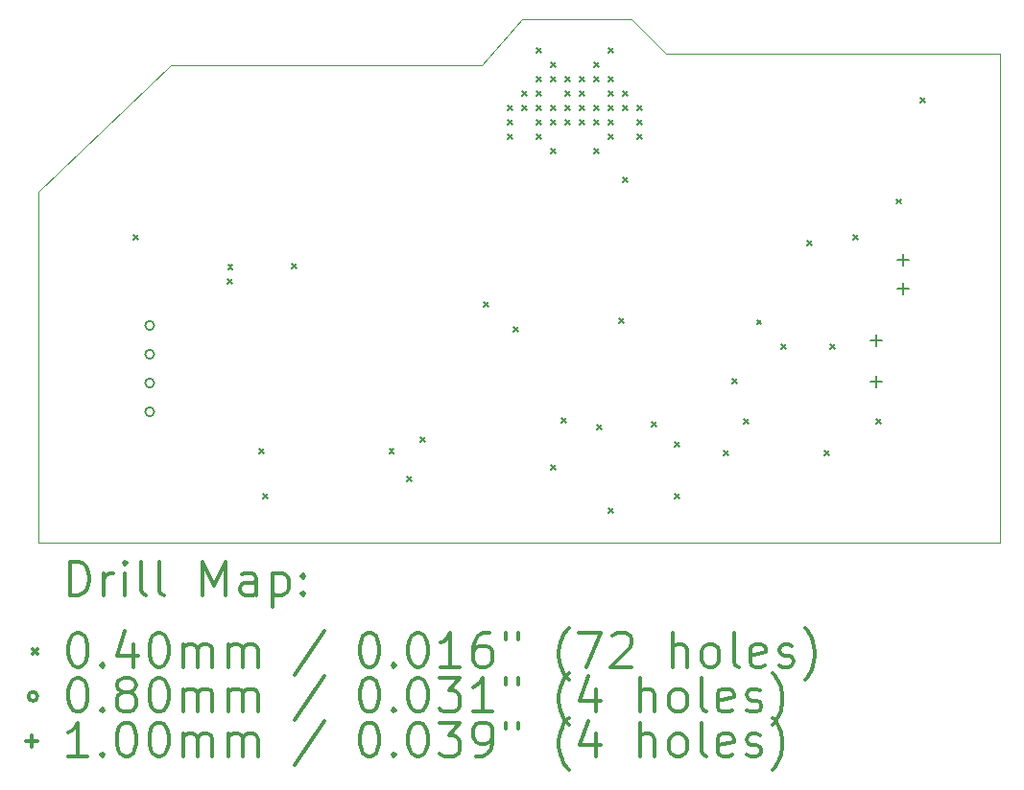
<source format=gbr>
%FSLAX45Y45*%
G04 Gerber Fmt 4.5, Leading zero omitted, Abs format (unit mm)*
G04 Created by KiCad (PCBNEW (5.1.6)-1) date 2020-10-05 09:36:19*
%MOMM*%
%LPD*%
G01*
G04 APERTURE LIST*
%TA.AperFunction,Profile*%
%ADD10C,0.100000*%
%TD*%
%ADD11C,0.200000*%
%ADD12C,0.300000*%
G04 APERTURE END LIST*
D10*
X14528800Y-7975600D02*
X14833600Y-8280400D01*
X13563600Y-7975600D02*
X14528800Y-7975600D01*
X13208000Y-8382000D02*
X13563600Y-7975600D01*
X10464800Y-8382000D02*
X13208000Y-8382000D01*
X9296400Y-9499600D02*
X10464800Y-8382000D01*
X9296400Y-12598400D02*
X9296400Y-9499600D01*
X17780000Y-12598400D02*
X9296400Y-12598400D01*
X17780000Y-8280400D02*
X17780000Y-12598400D01*
X14833600Y-8280400D02*
X17780000Y-8280400D01*
D11*
X10140000Y-9886000D02*
X10180000Y-9926000D01*
X10180000Y-9886000D02*
X10140000Y-9926000D01*
X10971500Y-10274000D02*
X11011500Y-10314000D01*
X11011500Y-10274000D02*
X10971500Y-10314000D01*
X10973120Y-10145080D02*
X11013120Y-10185080D01*
X11013120Y-10145080D02*
X10973120Y-10185080D01*
X11250000Y-11771000D02*
X11290000Y-11811000D01*
X11290000Y-11771000D02*
X11250000Y-11811000D01*
X11283000Y-12172000D02*
X11323000Y-12212000D01*
X11323000Y-12172000D02*
X11283000Y-12212000D01*
X11537000Y-10140000D02*
X11577000Y-10180000D01*
X11577000Y-10140000D02*
X11537000Y-10180000D01*
X12395520Y-11775760D02*
X12435520Y-11815760D01*
X12435520Y-11775760D02*
X12395520Y-11815760D01*
X12553000Y-12019600D02*
X12593000Y-12059600D01*
X12593000Y-12019600D02*
X12553000Y-12059600D01*
X12669840Y-11669080D02*
X12709840Y-11709080D01*
X12709840Y-11669080D02*
X12669840Y-11709080D01*
X13229500Y-10479500D02*
X13269500Y-10519500D01*
X13269500Y-10479500D02*
X13229500Y-10519500D01*
X13442000Y-8743000D02*
X13482000Y-8783000D01*
X13482000Y-8743000D02*
X13442000Y-8783000D01*
X13442000Y-8870000D02*
X13482000Y-8910000D01*
X13482000Y-8870000D02*
X13442000Y-8910000D01*
X13442000Y-8997000D02*
X13482000Y-9037000D01*
X13482000Y-8997000D02*
X13442000Y-9037000D01*
X13492800Y-10698800D02*
X13532800Y-10738800D01*
X13532800Y-10698800D02*
X13492800Y-10738800D01*
X13569000Y-8616000D02*
X13609000Y-8656000D01*
X13609000Y-8616000D02*
X13569000Y-8656000D01*
X13569000Y-8743000D02*
X13609000Y-8783000D01*
X13609000Y-8743000D02*
X13569000Y-8783000D01*
X13696000Y-8235000D02*
X13736000Y-8275000D01*
X13736000Y-8235000D02*
X13696000Y-8275000D01*
X13696000Y-8489000D02*
X13736000Y-8529000D01*
X13736000Y-8489000D02*
X13696000Y-8529000D01*
X13696000Y-8616000D02*
X13736000Y-8656000D01*
X13736000Y-8616000D02*
X13696000Y-8656000D01*
X13696000Y-8743000D02*
X13736000Y-8783000D01*
X13736000Y-8743000D02*
X13696000Y-8783000D01*
X13696000Y-8870000D02*
X13736000Y-8910000D01*
X13736000Y-8870000D02*
X13696000Y-8910000D01*
X13696000Y-8997000D02*
X13736000Y-9037000D01*
X13736000Y-8997000D02*
X13696000Y-9037000D01*
X13823000Y-8362000D02*
X13863000Y-8402000D01*
X13863000Y-8362000D02*
X13823000Y-8402000D01*
X13823000Y-8489000D02*
X13863000Y-8529000D01*
X13863000Y-8489000D02*
X13823000Y-8529000D01*
X13823000Y-8743000D02*
X13863000Y-8783000D01*
X13863000Y-8743000D02*
X13823000Y-8783000D01*
X13823000Y-8870000D02*
X13863000Y-8910000D01*
X13863000Y-8870000D02*
X13823000Y-8910000D01*
X13823000Y-9124000D02*
X13863000Y-9164000D01*
X13863000Y-9124000D02*
X13823000Y-9164000D01*
X13823000Y-11918000D02*
X13863000Y-11958000D01*
X13863000Y-11918000D02*
X13823000Y-11958000D01*
X13917750Y-11504750D02*
X13957750Y-11544750D01*
X13957750Y-11504750D02*
X13917750Y-11544750D01*
X13950000Y-8489000D02*
X13990000Y-8529000D01*
X13990000Y-8489000D02*
X13950000Y-8529000D01*
X13950000Y-8616000D02*
X13990000Y-8656000D01*
X13990000Y-8616000D02*
X13950000Y-8656000D01*
X13950000Y-8743000D02*
X13990000Y-8783000D01*
X13990000Y-8743000D02*
X13950000Y-8783000D01*
X13950000Y-8870000D02*
X13990000Y-8910000D01*
X13990000Y-8870000D02*
X13950000Y-8910000D01*
X14077000Y-8489000D02*
X14117000Y-8529000D01*
X14117000Y-8489000D02*
X14077000Y-8529000D01*
X14077000Y-8616000D02*
X14117000Y-8656000D01*
X14117000Y-8616000D02*
X14077000Y-8656000D01*
X14077000Y-8743000D02*
X14117000Y-8783000D01*
X14117000Y-8743000D02*
X14077000Y-8783000D01*
X14077000Y-8870000D02*
X14117000Y-8910000D01*
X14117000Y-8870000D02*
X14077000Y-8910000D01*
X14204000Y-8362000D02*
X14244000Y-8402000D01*
X14244000Y-8362000D02*
X14204000Y-8402000D01*
X14204000Y-8489000D02*
X14244000Y-8529000D01*
X14244000Y-8489000D02*
X14204000Y-8529000D01*
X14204000Y-8743000D02*
X14244000Y-8783000D01*
X14244000Y-8743000D02*
X14204000Y-8783000D01*
X14204000Y-8870000D02*
X14244000Y-8910000D01*
X14244000Y-8870000D02*
X14204000Y-8910000D01*
X14204000Y-9124000D02*
X14244000Y-9164000D01*
X14244000Y-9124000D02*
X14204000Y-9164000D01*
X14229400Y-11562400D02*
X14269400Y-11602400D01*
X14269400Y-11562400D02*
X14229400Y-11602400D01*
X14331000Y-8235000D02*
X14371000Y-8275000D01*
X14371000Y-8235000D02*
X14331000Y-8275000D01*
X14331000Y-8489000D02*
X14371000Y-8529000D01*
X14371000Y-8489000D02*
X14331000Y-8529000D01*
X14331000Y-8616000D02*
X14371000Y-8656000D01*
X14371000Y-8616000D02*
X14331000Y-8656000D01*
X14331000Y-8743000D02*
X14371000Y-8783000D01*
X14371000Y-8743000D02*
X14331000Y-8783000D01*
X14331000Y-8870000D02*
X14371000Y-8910000D01*
X14371000Y-8870000D02*
X14331000Y-8910000D01*
X14331000Y-8997000D02*
X14371000Y-9037000D01*
X14371000Y-8997000D02*
X14331000Y-9037000D01*
X14331000Y-12299000D02*
X14371000Y-12339000D01*
X14371000Y-12299000D02*
X14331000Y-12339000D01*
X14426000Y-10624500D02*
X14466000Y-10664500D01*
X14466000Y-10624500D02*
X14426000Y-10664500D01*
X14458000Y-8616000D02*
X14498000Y-8656000D01*
X14498000Y-8616000D02*
X14458000Y-8656000D01*
X14458000Y-8743000D02*
X14498000Y-8783000D01*
X14498000Y-8743000D02*
X14458000Y-8783000D01*
X14458000Y-9378000D02*
X14498000Y-9418000D01*
X14498000Y-9378000D02*
X14458000Y-9418000D01*
X14585000Y-8743000D02*
X14625000Y-8783000D01*
X14625000Y-8743000D02*
X14585000Y-8783000D01*
X14585000Y-8870000D02*
X14625000Y-8910000D01*
X14625000Y-8870000D02*
X14585000Y-8910000D01*
X14585000Y-8997000D02*
X14625000Y-9037000D01*
X14625000Y-8997000D02*
X14585000Y-9037000D01*
X14712000Y-11537000D02*
X14752000Y-11577000D01*
X14752000Y-11537000D02*
X14712000Y-11577000D01*
X14915200Y-11714800D02*
X14955200Y-11754800D01*
X14955200Y-11714800D02*
X14915200Y-11754800D01*
X14915200Y-12172000D02*
X14955200Y-12212000D01*
X14955200Y-12172000D02*
X14915200Y-12212000D01*
X15347000Y-11791000D02*
X15387000Y-11831000D01*
X15387000Y-11791000D02*
X15347000Y-11831000D01*
X15423200Y-11156000D02*
X15463200Y-11196000D01*
X15463200Y-11156000D02*
X15423200Y-11196000D01*
X15524800Y-11511600D02*
X15564800Y-11551600D01*
X15564800Y-11511600D02*
X15524800Y-11551600D01*
X15639100Y-10635300D02*
X15679100Y-10675300D01*
X15679100Y-10635300D02*
X15639100Y-10675300D01*
X15855000Y-10851200D02*
X15895000Y-10891200D01*
X15895000Y-10851200D02*
X15855000Y-10891200D01*
X16083600Y-9936800D02*
X16123600Y-9976800D01*
X16123600Y-9936800D02*
X16083600Y-9976800D01*
X16236000Y-11791000D02*
X16276000Y-11831000D01*
X16276000Y-11791000D02*
X16236000Y-11831000D01*
X16286800Y-10851200D02*
X16326800Y-10891200D01*
X16326800Y-10851200D02*
X16286800Y-10891200D01*
X16490000Y-9886000D02*
X16530000Y-9926000D01*
X16530000Y-9886000D02*
X16490000Y-9926000D01*
X16693200Y-11511600D02*
X16733200Y-11551600D01*
X16733200Y-11511600D02*
X16693200Y-11551600D01*
X16871000Y-9568500D02*
X16911000Y-9608500D01*
X16911000Y-9568500D02*
X16871000Y-9608500D01*
X17079280Y-8671880D02*
X17119280Y-8711880D01*
X17119280Y-8671880D02*
X17079280Y-8711880D01*
X10321920Y-10684120D02*
G75*
G03*
X10321920Y-10684120I-40000J0D01*
G01*
X10321920Y-10938120D02*
G75*
G03*
X10321920Y-10938120I-40000J0D01*
G01*
X10321920Y-11192120D02*
G75*
G03*
X10321920Y-11192120I-40000J0D01*
G01*
X10321920Y-11446120D02*
G75*
G03*
X10321920Y-11446120I-40000J0D01*
G01*
X16688000Y-11127000D02*
X16688000Y-11227000D01*
X16638000Y-11177000D02*
X16738000Y-11177000D01*
X16689500Y-10767500D02*
X16689500Y-10867500D01*
X16639500Y-10817500D02*
X16739500Y-10817500D01*
X16929500Y-10052500D02*
X16929500Y-10152500D01*
X16879500Y-10102500D02*
X16979500Y-10102500D01*
X16929500Y-10306500D02*
X16929500Y-10406500D01*
X16879500Y-10356500D02*
X16979500Y-10356500D01*
D12*
X9577828Y-13069114D02*
X9577828Y-12769114D01*
X9649257Y-12769114D01*
X9692114Y-12783400D01*
X9720686Y-12811971D01*
X9734971Y-12840543D01*
X9749257Y-12897686D01*
X9749257Y-12940543D01*
X9734971Y-12997686D01*
X9720686Y-13026257D01*
X9692114Y-13054829D01*
X9649257Y-13069114D01*
X9577828Y-13069114D01*
X9877828Y-13069114D02*
X9877828Y-12869114D01*
X9877828Y-12926257D02*
X9892114Y-12897686D01*
X9906400Y-12883400D01*
X9934971Y-12869114D01*
X9963543Y-12869114D01*
X10063543Y-13069114D02*
X10063543Y-12869114D01*
X10063543Y-12769114D02*
X10049257Y-12783400D01*
X10063543Y-12797686D01*
X10077828Y-12783400D01*
X10063543Y-12769114D01*
X10063543Y-12797686D01*
X10249257Y-13069114D02*
X10220686Y-13054829D01*
X10206400Y-13026257D01*
X10206400Y-12769114D01*
X10406400Y-13069114D02*
X10377828Y-13054829D01*
X10363543Y-13026257D01*
X10363543Y-12769114D01*
X10749257Y-13069114D02*
X10749257Y-12769114D01*
X10849257Y-12983400D01*
X10949257Y-12769114D01*
X10949257Y-13069114D01*
X11220686Y-13069114D02*
X11220686Y-12911971D01*
X11206400Y-12883400D01*
X11177828Y-12869114D01*
X11120686Y-12869114D01*
X11092114Y-12883400D01*
X11220686Y-13054829D02*
X11192114Y-13069114D01*
X11120686Y-13069114D01*
X11092114Y-13054829D01*
X11077828Y-13026257D01*
X11077828Y-12997686D01*
X11092114Y-12969114D01*
X11120686Y-12954829D01*
X11192114Y-12954829D01*
X11220686Y-12940543D01*
X11363543Y-12869114D02*
X11363543Y-13169114D01*
X11363543Y-12883400D02*
X11392114Y-12869114D01*
X11449257Y-12869114D01*
X11477828Y-12883400D01*
X11492114Y-12897686D01*
X11506400Y-12926257D01*
X11506400Y-13011971D01*
X11492114Y-13040543D01*
X11477828Y-13054829D01*
X11449257Y-13069114D01*
X11392114Y-13069114D01*
X11363543Y-13054829D01*
X11634971Y-13040543D02*
X11649257Y-13054829D01*
X11634971Y-13069114D01*
X11620686Y-13054829D01*
X11634971Y-13040543D01*
X11634971Y-13069114D01*
X11634971Y-12883400D02*
X11649257Y-12897686D01*
X11634971Y-12911971D01*
X11620686Y-12897686D01*
X11634971Y-12883400D01*
X11634971Y-12911971D01*
X9251400Y-13543400D02*
X9291400Y-13583400D01*
X9291400Y-13543400D02*
X9251400Y-13583400D01*
X9634971Y-13399114D02*
X9663543Y-13399114D01*
X9692114Y-13413400D01*
X9706400Y-13427686D01*
X9720686Y-13456257D01*
X9734971Y-13513400D01*
X9734971Y-13584829D01*
X9720686Y-13641971D01*
X9706400Y-13670543D01*
X9692114Y-13684829D01*
X9663543Y-13699114D01*
X9634971Y-13699114D01*
X9606400Y-13684829D01*
X9592114Y-13670543D01*
X9577828Y-13641971D01*
X9563543Y-13584829D01*
X9563543Y-13513400D01*
X9577828Y-13456257D01*
X9592114Y-13427686D01*
X9606400Y-13413400D01*
X9634971Y-13399114D01*
X9863543Y-13670543D02*
X9877828Y-13684829D01*
X9863543Y-13699114D01*
X9849257Y-13684829D01*
X9863543Y-13670543D01*
X9863543Y-13699114D01*
X10134971Y-13499114D02*
X10134971Y-13699114D01*
X10063543Y-13384829D02*
X9992114Y-13599114D01*
X10177828Y-13599114D01*
X10349257Y-13399114D02*
X10377828Y-13399114D01*
X10406400Y-13413400D01*
X10420686Y-13427686D01*
X10434971Y-13456257D01*
X10449257Y-13513400D01*
X10449257Y-13584829D01*
X10434971Y-13641971D01*
X10420686Y-13670543D01*
X10406400Y-13684829D01*
X10377828Y-13699114D01*
X10349257Y-13699114D01*
X10320686Y-13684829D01*
X10306400Y-13670543D01*
X10292114Y-13641971D01*
X10277828Y-13584829D01*
X10277828Y-13513400D01*
X10292114Y-13456257D01*
X10306400Y-13427686D01*
X10320686Y-13413400D01*
X10349257Y-13399114D01*
X10577828Y-13699114D02*
X10577828Y-13499114D01*
X10577828Y-13527686D02*
X10592114Y-13513400D01*
X10620686Y-13499114D01*
X10663543Y-13499114D01*
X10692114Y-13513400D01*
X10706400Y-13541971D01*
X10706400Y-13699114D01*
X10706400Y-13541971D02*
X10720686Y-13513400D01*
X10749257Y-13499114D01*
X10792114Y-13499114D01*
X10820686Y-13513400D01*
X10834971Y-13541971D01*
X10834971Y-13699114D01*
X10977828Y-13699114D02*
X10977828Y-13499114D01*
X10977828Y-13527686D02*
X10992114Y-13513400D01*
X11020686Y-13499114D01*
X11063543Y-13499114D01*
X11092114Y-13513400D01*
X11106400Y-13541971D01*
X11106400Y-13699114D01*
X11106400Y-13541971D02*
X11120686Y-13513400D01*
X11149257Y-13499114D01*
X11192114Y-13499114D01*
X11220686Y-13513400D01*
X11234971Y-13541971D01*
X11234971Y-13699114D01*
X11820686Y-13384829D02*
X11563543Y-13770543D01*
X12206400Y-13399114D02*
X12234971Y-13399114D01*
X12263543Y-13413400D01*
X12277828Y-13427686D01*
X12292114Y-13456257D01*
X12306400Y-13513400D01*
X12306400Y-13584829D01*
X12292114Y-13641971D01*
X12277828Y-13670543D01*
X12263543Y-13684829D01*
X12234971Y-13699114D01*
X12206400Y-13699114D01*
X12177828Y-13684829D01*
X12163543Y-13670543D01*
X12149257Y-13641971D01*
X12134971Y-13584829D01*
X12134971Y-13513400D01*
X12149257Y-13456257D01*
X12163543Y-13427686D01*
X12177828Y-13413400D01*
X12206400Y-13399114D01*
X12434971Y-13670543D02*
X12449257Y-13684829D01*
X12434971Y-13699114D01*
X12420686Y-13684829D01*
X12434971Y-13670543D01*
X12434971Y-13699114D01*
X12634971Y-13399114D02*
X12663543Y-13399114D01*
X12692114Y-13413400D01*
X12706400Y-13427686D01*
X12720686Y-13456257D01*
X12734971Y-13513400D01*
X12734971Y-13584829D01*
X12720686Y-13641971D01*
X12706400Y-13670543D01*
X12692114Y-13684829D01*
X12663543Y-13699114D01*
X12634971Y-13699114D01*
X12606400Y-13684829D01*
X12592114Y-13670543D01*
X12577828Y-13641971D01*
X12563543Y-13584829D01*
X12563543Y-13513400D01*
X12577828Y-13456257D01*
X12592114Y-13427686D01*
X12606400Y-13413400D01*
X12634971Y-13399114D01*
X13020686Y-13699114D02*
X12849257Y-13699114D01*
X12934971Y-13699114D02*
X12934971Y-13399114D01*
X12906400Y-13441971D01*
X12877828Y-13470543D01*
X12849257Y-13484829D01*
X13277828Y-13399114D02*
X13220686Y-13399114D01*
X13192114Y-13413400D01*
X13177828Y-13427686D01*
X13149257Y-13470543D01*
X13134971Y-13527686D01*
X13134971Y-13641971D01*
X13149257Y-13670543D01*
X13163543Y-13684829D01*
X13192114Y-13699114D01*
X13249257Y-13699114D01*
X13277828Y-13684829D01*
X13292114Y-13670543D01*
X13306400Y-13641971D01*
X13306400Y-13570543D01*
X13292114Y-13541971D01*
X13277828Y-13527686D01*
X13249257Y-13513400D01*
X13192114Y-13513400D01*
X13163543Y-13527686D01*
X13149257Y-13541971D01*
X13134971Y-13570543D01*
X13420686Y-13399114D02*
X13420686Y-13456257D01*
X13534971Y-13399114D02*
X13534971Y-13456257D01*
X13977828Y-13813400D02*
X13963543Y-13799114D01*
X13934971Y-13756257D01*
X13920686Y-13727686D01*
X13906400Y-13684829D01*
X13892114Y-13613400D01*
X13892114Y-13556257D01*
X13906400Y-13484829D01*
X13920686Y-13441971D01*
X13934971Y-13413400D01*
X13963543Y-13370543D01*
X13977828Y-13356257D01*
X14063543Y-13399114D02*
X14263543Y-13399114D01*
X14134971Y-13699114D01*
X14363543Y-13427686D02*
X14377828Y-13413400D01*
X14406400Y-13399114D01*
X14477828Y-13399114D01*
X14506400Y-13413400D01*
X14520686Y-13427686D01*
X14534971Y-13456257D01*
X14534971Y-13484829D01*
X14520686Y-13527686D01*
X14349257Y-13699114D01*
X14534971Y-13699114D01*
X14892114Y-13699114D02*
X14892114Y-13399114D01*
X15020686Y-13699114D02*
X15020686Y-13541971D01*
X15006400Y-13513400D01*
X14977828Y-13499114D01*
X14934971Y-13499114D01*
X14906400Y-13513400D01*
X14892114Y-13527686D01*
X15206400Y-13699114D02*
X15177828Y-13684829D01*
X15163543Y-13670543D01*
X15149257Y-13641971D01*
X15149257Y-13556257D01*
X15163543Y-13527686D01*
X15177828Y-13513400D01*
X15206400Y-13499114D01*
X15249257Y-13499114D01*
X15277828Y-13513400D01*
X15292114Y-13527686D01*
X15306400Y-13556257D01*
X15306400Y-13641971D01*
X15292114Y-13670543D01*
X15277828Y-13684829D01*
X15249257Y-13699114D01*
X15206400Y-13699114D01*
X15477828Y-13699114D02*
X15449257Y-13684829D01*
X15434971Y-13656257D01*
X15434971Y-13399114D01*
X15706400Y-13684829D02*
X15677828Y-13699114D01*
X15620686Y-13699114D01*
X15592114Y-13684829D01*
X15577828Y-13656257D01*
X15577828Y-13541971D01*
X15592114Y-13513400D01*
X15620686Y-13499114D01*
X15677828Y-13499114D01*
X15706400Y-13513400D01*
X15720686Y-13541971D01*
X15720686Y-13570543D01*
X15577828Y-13599114D01*
X15834971Y-13684829D02*
X15863543Y-13699114D01*
X15920686Y-13699114D01*
X15949257Y-13684829D01*
X15963543Y-13656257D01*
X15963543Y-13641971D01*
X15949257Y-13613400D01*
X15920686Y-13599114D01*
X15877828Y-13599114D01*
X15849257Y-13584829D01*
X15834971Y-13556257D01*
X15834971Y-13541971D01*
X15849257Y-13513400D01*
X15877828Y-13499114D01*
X15920686Y-13499114D01*
X15949257Y-13513400D01*
X16063543Y-13813400D02*
X16077828Y-13799114D01*
X16106400Y-13756257D01*
X16120686Y-13727686D01*
X16134971Y-13684829D01*
X16149257Y-13613400D01*
X16149257Y-13556257D01*
X16134971Y-13484829D01*
X16120686Y-13441971D01*
X16106400Y-13413400D01*
X16077828Y-13370543D01*
X16063543Y-13356257D01*
X9291400Y-13959400D02*
G75*
G03*
X9291400Y-13959400I-40000J0D01*
G01*
X9634971Y-13795114D02*
X9663543Y-13795114D01*
X9692114Y-13809400D01*
X9706400Y-13823686D01*
X9720686Y-13852257D01*
X9734971Y-13909400D01*
X9734971Y-13980829D01*
X9720686Y-14037971D01*
X9706400Y-14066543D01*
X9692114Y-14080829D01*
X9663543Y-14095114D01*
X9634971Y-14095114D01*
X9606400Y-14080829D01*
X9592114Y-14066543D01*
X9577828Y-14037971D01*
X9563543Y-13980829D01*
X9563543Y-13909400D01*
X9577828Y-13852257D01*
X9592114Y-13823686D01*
X9606400Y-13809400D01*
X9634971Y-13795114D01*
X9863543Y-14066543D02*
X9877828Y-14080829D01*
X9863543Y-14095114D01*
X9849257Y-14080829D01*
X9863543Y-14066543D01*
X9863543Y-14095114D01*
X10049257Y-13923686D02*
X10020686Y-13909400D01*
X10006400Y-13895114D01*
X9992114Y-13866543D01*
X9992114Y-13852257D01*
X10006400Y-13823686D01*
X10020686Y-13809400D01*
X10049257Y-13795114D01*
X10106400Y-13795114D01*
X10134971Y-13809400D01*
X10149257Y-13823686D01*
X10163543Y-13852257D01*
X10163543Y-13866543D01*
X10149257Y-13895114D01*
X10134971Y-13909400D01*
X10106400Y-13923686D01*
X10049257Y-13923686D01*
X10020686Y-13937971D01*
X10006400Y-13952257D01*
X9992114Y-13980829D01*
X9992114Y-14037971D01*
X10006400Y-14066543D01*
X10020686Y-14080829D01*
X10049257Y-14095114D01*
X10106400Y-14095114D01*
X10134971Y-14080829D01*
X10149257Y-14066543D01*
X10163543Y-14037971D01*
X10163543Y-13980829D01*
X10149257Y-13952257D01*
X10134971Y-13937971D01*
X10106400Y-13923686D01*
X10349257Y-13795114D02*
X10377828Y-13795114D01*
X10406400Y-13809400D01*
X10420686Y-13823686D01*
X10434971Y-13852257D01*
X10449257Y-13909400D01*
X10449257Y-13980829D01*
X10434971Y-14037971D01*
X10420686Y-14066543D01*
X10406400Y-14080829D01*
X10377828Y-14095114D01*
X10349257Y-14095114D01*
X10320686Y-14080829D01*
X10306400Y-14066543D01*
X10292114Y-14037971D01*
X10277828Y-13980829D01*
X10277828Y-13909400D01*
X10292114Y-13852257D01*
X10306400Y-13823686D01*
X10320686Y-13809400D01*
X10349257Y-13795114D01*
X10577828Y-14095114D02*
X10577828Y-13895114D01*
X10577828Y-13923686D02*
X10592114Y-13909400D01*
X10620686Y-13895114D01*
X10663543Y-13895114D01*
X10692114Y-13909400D01*
X10706400Y-13937971D01*
X10706400Y-14095114D01*
X10706400Y-13937971D02*
X10720686Y-13909400D01*
X10749257Y-13895114D01*
X10792114Y-13895114D01*
X10820686Y-13909400D01*
X10834971Y-13937971D01*
X10834971Y-14095114D01*
X10977828Y-14095114D02*
X10977828Y-13895114D01*
X10977828Y-13923686D02*
X10992114Y-13909400D01*
X11020686Y-13895114D01*
X11063543Y-13895114D01*
X11092114Y-13909400D01*
X11106400Y-13937971D01*
X11106400Y-14095114D01*
X11106400Y-13937971D02*
X11120686Y-13909400D01*
X11149257Y-13895114D01*
X11192114Y-13895114D01*
X11220686Y-13909400D01*
X11234971Y-13937971D01*
X11234971Y-14095114D01*
X11820686Y-13780829D02*
X11563543Y-14166543D01*
X12206400Y-13795114D02*
X12234971Y-13795114D01*
X12263543Y-13809400D01*
X12277828Y-13823686D01*
X12292114Y-13852257D01*
X12306400Y-13909400D01*
X12306400Y-13980829D01*
X12292114Y-14037971D01*
X12277828Y-14066543D01*
X12263543Y-14080829D01*
X12234971Y-14095114D01*
X12206400Y-14095114D01*
X12177828Y-14080829D01*
X12163543Y-14066543D01*
X12149257Y-14037971D01*
X12134971Y-13980829D01*
X12134971Y-13909400D01*
X12149257Y-13852257D01*
X12163543Y-13823686D01*
X12177828Y-13809400D01*
X12206400Y-13795114D01*
X12434971Y-14066543D02*
X12449257Y-14080829D01*
X12434971Y-14095114D01*
X12420686Y-14080829D01*
X12434971Y-14066543D01*
X12434971Y-14095114D01*
X12634971Y-13795114D02*
X12663543Y-13795114D01*
X12692114Y-13809400D01*
X12706400Y-13823686D01*
X12720686Y-13852257D01*
X12734971Y-13909400D01*
X12734971Y-13980829D01*
X12720686Y-14037971D01*
X12706400Y-14066543D01*
X12692114Y-14080829D01*
X12663543Y-14095114D01*
X12634971Y-14095114D01*
X12606400Y-14080829D01*
X12592114Y-14066543D01*
X12577828Y-14037971D01*
X12563543Y-13980829D01*
X12563543Y-13909400D01*
X12577828Y-13852257D01*
X12592114Y-13823686D01*
X12606400Y-13809400D01*
X12634971Y-13795114D01*
X12834971Y-13795114D02*
X13020686Y-13795114D01*
X12920686Y-13909400D01*
X12963543Y-13909400D01*
X12992114Y-13923686D01*
X13006400Y-13937971D01*
X13020686Y-13966543D01*
X13020686Y-14037971D01*
X13006400Y-14066543D01*
X12992114Y-14080829D01*
X12963543Y-14095114D01*
X12877828Y-14095114D01*
X12849257Y-14080829D01*
X12834971Y-14066543D01*
X13306400Y-14095114D02*
X13134971Y-14095114D01*
X13220686Y-14095114D02*
X13220686Y-13795114D01*
X13192114Y-13837971D01*
X13163543Y-13866543D01*
X13134971Y-13880829D01*
X13420686Y-13795114D02*
X13420686Y-13852257D01*
X13534971Y-13795114D02*
X13534971Y-13852257D01*
X13977828Y-14209400D02*
X13963543Y-14195114D01*
X13934971Y-14152257D01*
X13920686Y-14123686D01*
X13906400Y-14080829D01*
X13892114Y-14009400D01*
X13892114Y-13952257D01*
X13906400Y-13880829D01*
X13920686Y-13837971D01*
X13934971Y-13809400D01*
X13963543Y-13766543D01*
X13977828Y-13752257D01*
X14220686Y-13895114D02*
X14220686Y-14095114D01*
X14149257Y-13780829D02*
X14077828Y-13995114D01*
X14263543Y-13995114D01*
X14606400Y-14095114D02*
X14606400Y-13795114D01*
X14734971Y-14095114D02*
X14734971Y-13937971D01*
X14720686Y-13909400D01*
X14692114Y-13895114D01*
X14649257Y-13895114D01*
X14620686Y-13909400D01*
X14606400Y-13923686D01*
X14920686Y-14095114D02*
X14892114Y-14080829D01*
X14877828Y-14066543D01*
X14863543Y-14037971D01*
X14863543Y-13952257D01*
X14877828Y-13923686D01*
X14892114Y-13909400D01*
X14920686Y-13895114D01*
X14963543Y-13895114D01*
X14992114Y-13909400D01*
X15006400Y-13923686D01*
X15020686Y-13952257D01*
X15020686Y-14037971D01*
X15006400Y-14066543D01*
X14992114Y-14080829D01*
X14963543Y-14095114D01*
X14920686Y-14095114D01*
X15192114Y-14095114D02*
X15163543Y-14080829D01*
X15149257Y-14052257D01*
X15149257Y-13795114D01*
X15420686Y-14080829D02*
X15392114Y-14095114D01*
X15334971Y-14095114D01*
X15306400Y-14080829D01*
X15292114Y-14052257D01*
X15292114Y-13937971D01*
X15306400Y-13909400D01*
X15334971Y-13895114D01*
X15392114Y-13895114D01*
X15420686Y-13909400D01*
X15434971Y-13937971D01*
X15434971Y-13966543D01*
X15292114Y-13995114D01*
X15549257Y-14080829D02*
X15577828Y-14095114D01*
X15634971Y-14095114D01*
X15663543Y-14080829D01*
X15677828Y-14052257D01*
X15677828Y-14037971D01*
X15663543Y-14009400D01*
X15634971Y-13995114D01*
X15592114Y-13995114D01*
X15563543Y-13980829D01*
X15549257Y-13952257D01*
X15549257Y-13937971D01*
X15563543Y-13909400D01*
X15592114Y-13895114D01*
X15634971Y-13895114D01*
X15663543Y-13909400D01*
X15777828Y-14209400D02*
X15792114Y-14195114D01*
X15820686Y-14152257D01*
X15834971Y-14123686D01*
X15849257Y-14080829D01*
X15863543Y-14009400D01*
X15863543Y-13952257D01*
X15849257Y-13880829D01*
X15834971Y-13837971D01*
X15820686Y-13809400D01*
X15792114Y-13766543D01*
X15777828Y-13752257D01*
X9241400Y-14305400D02*
X9241400Y-14405400D01*
X9191400Y-14355400D02*
X9291400Y-14355400D01*
X9734971Y-14491114D02*
X9563543Y-14491114D01*
X9649257Y-14491114D02*
X9649257Y-14191114D01*
X9620686Y-14233971D01*
X9592114Y-14262543D01*
X9563543Y-14276829D01*
X9863543Y-14462543D02*
X9877828Y-14476829D01*
X9863543Y-14491114D01*
X9849257Y-14476829D01*
X9863543Y-14462543D01*
X9863543Y-14491114D01*
X10063543Y-14191114D02*
X10092114Y-14191114D01*
X10120686Y-14205400D01*
X10134971Y-14219686D01*
X10149257Y-14248257D01*
X10163543Y-14305400D01*
X10163543Y-14376829D01*
X10149257Y-14433971D01*
X10134971Y-14462543D01*
X10120686Y-14476829D01*
X10092114Y-14491114D01*
X10063543Y-14491114D01*
X10034971Y-14476829D01*
X10020686Y-14462543D01*
X10006400Y-14433971D01*
X9992114Y-14376829D01*
X9992114Y-14305400D01*
X10006400Y-14248257D01*
X10020686Y-14219686D01*
X10034971Y-14205400D01*
X10063543Y-14191114D01*
X10349257Y-14191114D02*
X10377828Y-14191114D01*
X10406400Y-14205400D01*
X10420686Y-14219686D01*
X10434971Y-14248257D01*
X10449257Y-14305400D01*
X10449257Y-14376829D01*
X10434971Y-14433971D01*
X10420686Y-14462543D01*
X10406400Y-14476829D01*
X10377828Y-14491114D01*
X10349257Y-14491114D01*
X10320686Y-14476829D01*
X10306400Y-14462543D01*
X10292114Y-14433971D01*
X10277828Y-14376829D01*
X10277828Y-14305400D01*
X10292114Y-14248257D01*
X10306400Y-14219686D01*
X10320686Y-14205400D01*
X10349257Y-14191114D01*
X10577828Y-14491114D02*
X10577828Y-14291114D01*
X10577828Y-14319686D02*
X10592114Y-14305400D01*
X10620686Y-14291114D01*
X10663543Y-14291114D01*
X10692114Y-14305400D01*
X10706400Y-14333971D01*
X10706400Y-14491114D01*
X10706400Y-14333971D02*
X10720686Y-14305400D01*
X10749257Y-14291114D01*
X10792114Y-14291114D01*
X10820686Y-14305400D01*
X10834971Y-14333971D01*
X10834971Y-14491114D01*
X10977828Y-14491114D02*
X10977828Y-14291114D01*
X10977828Y-14319686D02*
X10992114Y-14305400D01*
X11020686Y-14291114D01*
X11063543Y-14291114D01*
X11092114Y-14305400D01*
X11106400Y-14333971D01*
X11106400Y-14491114D01*
X11106400Y-14333971D02*
X11120686Y-14305400D01*
X11149257Y-14291114D01*
X11192114Y-14291114D01*
X11220686Y-14305400D01*
X11234971Y-14333971D01*
X11234971Y-14491114D01*
X11820686Y-14176829D02*
X11563543Y-14562543D01*
X12206400Y-14191114D02*
X12234971Y-14191114D01*
X12263543Y-14205400D01*
X12277828Y-14219686D01*
X12292114Y-14248257D01*
X12306400Y-14305400D01*
X12306400Y-14376829D01*
X12292114Y-14433971D01*
X12277828Y-14462543D01*
X12263543Y-14476829D01*
X12234971Y-14491114D01*
X12206400Y-14491114D01*
X12177828Y-14476829D01*
X12163543Y-14462543D01*
X12149257Y-14433971D01*
X12134971Y-14376829D01*
X12134971Y-14305400D01*
X12149257Y-14248257D01*
X12163543Y-14219686D01*
X12177828Y-14205400D01*
X12206400Y-14191114D01*
X12434971Y-14462543D02*
X12449257Y-14476829D01*
X12434971Y-14491114D01*
X12420686Y-14476829D01*
X12434971Y-14462543D01*
X12434971Y-14491114D01*
X12634971Y-14191114D02*
X12663543Y-14191114D01*
X12692114Y-14205400D01*
X12706400Y-14219686D01*
X12720686Y-14248257D01*
X12734971Y-14305400D01*
X12734971Y-14376829D01*
X12720686Y-14433971D01*
X12706400Y-14462543D01*
X12692114Y-14476829D01*
X12663543Y-14491114D01*
X12634971Y-14491114D01*
X12606400Y-14476829D01*
X12592114Y-14462543D01*
X12577828Y-14433971D01*
X12563543Y-14376829D01*
X12563543Y-14305400D01*
X12577828Y-14248257D01*
X12592114Y-14219686D01*
X12606400Y-14205400D01*
X12634971Y-14191114D01*
X12834971Y-14191114D02*
X13020686Y-14191114D01*
X12920686Y-14305400D01*
X12963543Y-14305400D01*
X12992114Y-14319686D01*
X13006400Y-14333971D01*
X13020686Y-14362543D01*
X13020686Y-14433971D01*
X13006400Y-14462543D01*
X12992114Y-14476829D01*
X12963543Y-14491114D01*
X12877828Y-14491114D01*
X12849257Y-14476829D01*
X12834971Y-14462543D01*
X13163543Y-14491114D02*
X13220686Y-14491114D01*
X13249257Y-14476829D01*
X13263543Y-14462543D01*
X13292114Y-14419686D01*
X13306400Y-14362543D01*
X13306400Y-14248257D01*
X13292114Y-14219686D01*
X13277828Y-14205400D01*
X13249257Y-14191114D01*
X13192114Y-14191114D01*
X13163543Y-14205400D01*
X13149257Y-14219686D01*
X13134971Y-14248257D01*
X13134971Y-14319686D01*
X13149257Y-14348257D01*
X13163543Y-14362543D01*
X13192114Y-14376829D01*
X13249257Y-14376829D01*
X13277828Y-14362543D01*
X13292114Y-14348257D01*
X13306400Y-14319686D01*
X13420686Y-14191114D02*
X13420686Y-14248257D01*
X13534971Y-14191114D02*
X13534971Y-14248257D01*
X13977828Y-14605400D02*
X13963543Y-14591114D01*
X13934971Y-14548257D01*
X13920686Y-14519686D01*
X13906400Y-14476829D01*
X13892114Y-14405400D01*
X13892114Y-14348257D01*
X13906400Y-14276829D01*
X13920686Y-14233971D01*
X13934971Y-14205400D01*
X13963543Y-14162543D01*
X13977828Y-14148257D01*
X14220686Y-14291114D02*
X14220686Y-14491114D01*
X14149257Y-14176829D02*
X14077828Y-14391114D01*
X14263543Y-14391114D01*
X14606400Y-14491114D02*
X14606400Y-14191114D01*
X14734971Y-14491114D02*
X14734971Y-14333971D01*
X14720686Y-14305400D01*
X14692114Y-14291114D01*
X14649257Y-14291114D01*
X14620686Y-14305400D01*
X14606400Y-14319686D01*
X14920686Y-14491114D02*
X14892114Y-14476829D01*
X14877828Y-14462543D01*
X14863543Y-14433971D01*
X14863543Y-14348257D01*
X14877828Y-14319686D01*
X14892114Y-14305400D01*
X14920686Y-14291114D01*
X14963543Y-14291114D01*
X14992114Y-14305400D01*
X15006400Y-14319686D01*
X15020686Y-14348257D01*
X15020686Y-14433971D01*
X15006400Y-14462543D01*
X14992114Y-14476829D01*
X14963543Y-14491114D01*
X14920686Y-14491114D01*
X15192114Y-14491114D02*
X15163543Y-14476829D01*
X15149257Y-14448257D01*
X15149257Y-14191114D01*
X15420686Y-14476829D02*
X15392114Y-14491114D01*
X15334971Y-14491114D01*
X15306400Y-14476829D01*
X15292114Y-14448257D01*
X15292114Y-14333971D01*
X15306400Y-14305400D01*
X15334971Y-14291114D01*
X15392114Y-14291114D01*
X15420686Y-14305400D01*
X15434971Y-14333971D01*
X15434971Y-14362543D01*
X15292114Y-14391114D01*
X15549257Y-14476829D02*
X15577828Y-14491114D01*
X15634971Y-14491114D01*
X15663543Y-14476829D01*
X15677828Y-14448257D01*
X15677828Y-14433971D01*
X15663543Y-14405400D01*
X15634971Y-14391114D01*
X15592114Y-14391114D01*
X15563543Y-14376829D01*
X15549257Y-14348257D01*
X15549257Y-14333971D01*
X15563543Y-14305400D01*
X15592114Y-14291114D01*
X15634971Y-14291114D01*
X15663543Y-14305400D01*
X15777828Y-14605400D02*
X15792114Y-14591114D01*
X15820686Y-14548257D01*
X15834971Y-14519686D01*
X15849257Y-14476829D01*
X15863543Y-14405400D01*
X15863543Y-14348257D01*
X15849257Y-14276829D01*
X15834971Y-14233971D01*
X15820686Y-14205400D01*
X15792114Y-14162543D01*
X15777828Y-14148257D01*
M02*

</source>
